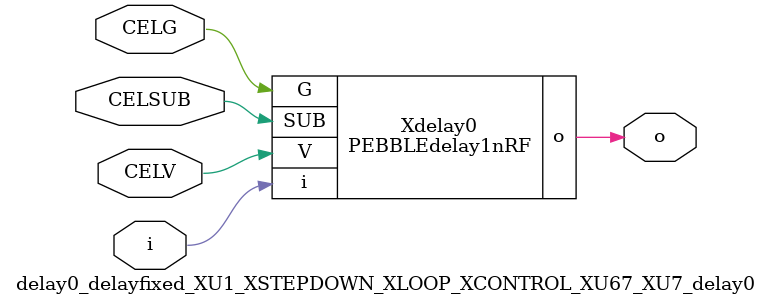
<source format=v>



module PEBBLEdelay1nRF ( o, V, G, i, SUB );

  input V;
  input i;
  input G;
  output o;
  input SUB;
endmodule

//Celera Confidential Do Not Copy delay0_delayfixed_XU1_XSTEPDOWN_XLOOP_XCONTROL_XU67_XU7_delay0
//TYPE: fixed 1ns
module delay0_delayfixed_XU1_XSTEPDOWN_XLOOP_XCONTROL_XU67_XU7_delay0 (i, CELV, o,
CELG,CELSUB);
input CELV;
input i;
output o;
input CELSUB;
input CELG;

//Celera Confidential Do Not Copy delayfast0
PEBBLEdelay1nRF Xdelay0(
.V (CELV),
.i (i),
.o (o),
.G (CELG),
.SUB (CELSUB)
);
//,diesize,PEBBLEdelay1nRF

//Celera Confidential Do Not Copy Module End
//Celera Schematic Generator
endmodule

</source>
